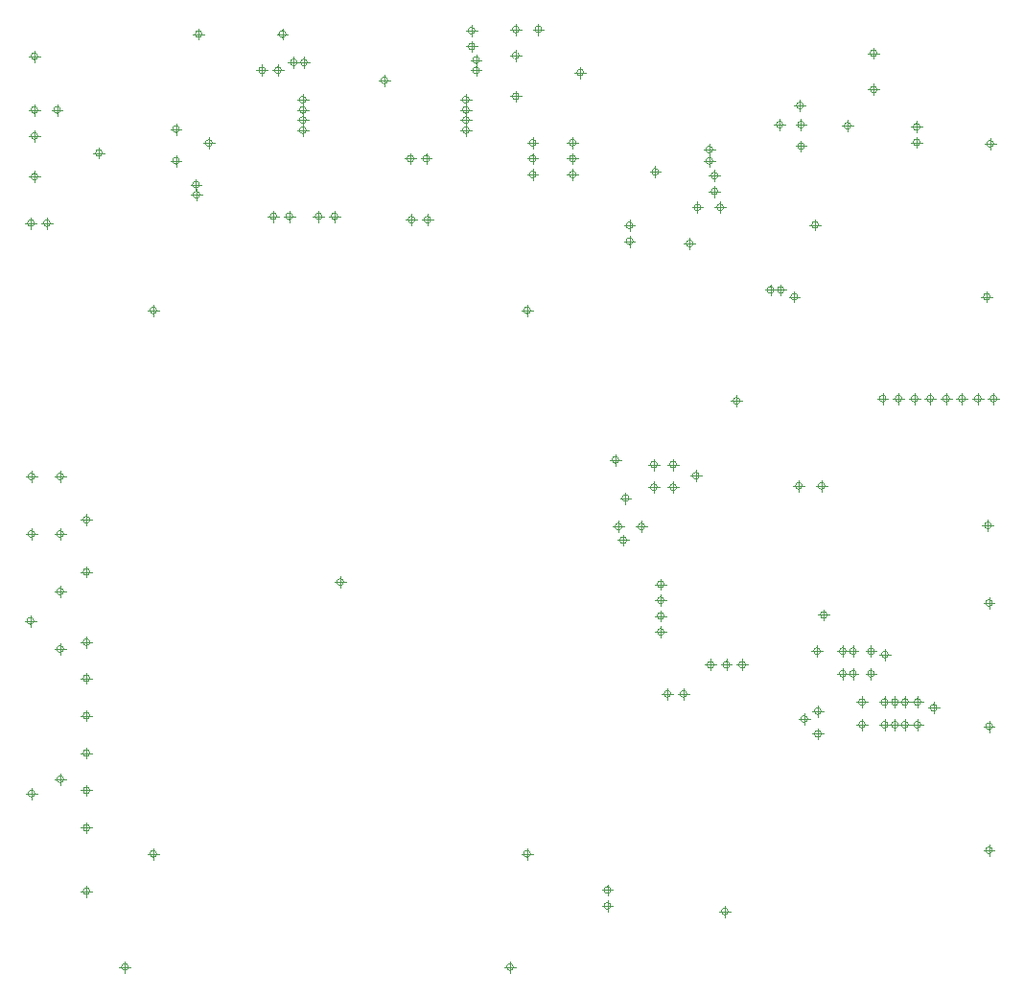
<source format=gbr>
G04*
G04 #@! TF.GenerationSoftware,Altium Limited,Altium Designer,24.9.1 (31)*
G04*
G04 Layer_Color=10517442*
%FSLAX44Y44*%
%MOMM*%
G71*
G04*
G04 #@! TF.SameCoordinates,95152EAB-924E-4990-96F7-4EF775BF21D2*
G04*
G04*
G04 #@! TF.FilePolarity,Positive*
G04*
G01*
G75*
%ADD17C,0.1000*%
%ADD191C,0.0500*%
D17*
X714500Y705495D02*
X724500D01*
X719500Y700495D02*
Y710495D01*
X450000Y45000D02*
Y55000D01*
X445000Y50000D02*
X455000D01*
X110000Y45000D02*
Y55000D01*
X105000Y50000D02*
X115000D01*
D191*
X178000Y874000D02*
G03*
X178000Y874000I-3000J0D01*
G01*
X234000Y842000D02*
G03*
X234000Y842000I-3000J0D01*
G01*
X248000D02*
G03*
X248000Y842000I-3000J0D01*
G01*
X722500Y705495D02*
G03*
X722500Y705495I-3000J0D01*
G01*
X653000Y550000D02*
G03*
X653000Y550000I-3000J0D01*
G01*
X877000Y777000D02*
G03*
X877000Y777000I-3000J0D01*
G01*
X774000Y857000D02*
G03*
X774000Y857000I-3000J0D01*
G01*
Y825000D02*
G03*
X774000Y825000I-3000J0D01*
G01*
X252000Y874000D02*
G03*
X252000Y874000I-3000J0D01*
G01*
X55800Y215900D02*
G03*
X55800Y215900I-3000J0D01*
G01*
X30400Y203200D02*
G03*
X30400Y203200I-3000J0D01*
G01*
X303000Y390000D02*
G03*
X303000Y390000I-3000J0D01*
G01*
X710000Y794000D02*
G03*
X710000Y794000I-3000J0D01*
G01*
X419000Y877000D02*
G03*
X419000Y877000I-3000J0D01*
G01*
X812000Y792000D02*
G03*
X812000Y792000I-3000J0D01*
G01*
X44000Y707000D02*
G03*
X44000Y707000I-3000J0D01*
G01*
X79000Y272000D02*
G03*
X79000Y272000I-3000J0D01*
G01*
X79000Y239000D02*
G03*
X79000Y239000I-3000J0D01*
G01*
X824000Y552000D02*
G03*
X824000Y552000I-3000J0D01*
G01*
X852000D02*
G03*
X852000Y552000I-3000J0D01*
G01*
X880000D02*
G03*
X880000Y552000I-3000J0D01*
G01*
X539000Y118000D02*
G03*
X539000Y118000I-3000J0D01*
G01*
X79000Y337000D02*
G03*
X79000Y337000I-3000J0D01*
G01*
Y305000D02*
G03*
X79000Y305000I-3000J0D01*
G01*
Y206000D02*
G03*
X79000Y206000I-3000J0D01*
G01*
Y173000D02*
G03*
X79000Y173000I-3000J0D01*
G01*
X79000Y117000D02*
G03*
X79000Y117000I-3000J0D01*
G01*
X796000Y552000D02*
G03*
X796000Y552000I-3000J0D01*
G01*
X611510Y689000D02*
G03*
X611510Y689000I-3000J0D01*
G01*
X453000Y50000D02*
G03*
X453000Y50000I-3000J0D01*
G01*
X751000Y793000D02*
G03*
X751000Y793000I-3000J0D01*
G01*
X555000Y464000D02*
G03*
X555000Y464000I-3000J0D01*
G01*
X187000Y777784D02*
G03*
X187000Y777784I-3000J0D01*
G01*
X113000Y50000D02*
G03*
X113000Y50000I-3000J0D01*
G01*
X581284Y752350D02*
G03*
X581284Y752350I-3000J0D01*
G01*
X90000Y769000D02*
G03*
X90000Y769000I-3000J0D01*
G01*
X514976Y840000D02*
G03*
X514976Y840000I-3000J0D01*
G01*
X468000Y150000D02*
G03*
X468000Y150000I-3000J0D01*
G01*
X138000Y630000D02*
G03*
X138000Y630000I-3000J0D01*
G01*
X468000D02*
G03*
X468000Y630000I-3000J0D01*
G01*
X138000Y150000D02*
G03*
X138000Y150000I-3000J0D01*
G01*
X876000Y371600D02*
G03*
X876000Y371600I-3000J0D01*
G01*
Y262600D02*
G03*
X876000Y262600I-3000J0D01*
G01*
Y153200D02*
G03*
X876000Y153200I-3000J0D01*
G01*
X29400Y355700D02*
G03*
X29400Y355700I-3000J0D01*
G01*
X642600Y99000D02*
G03*
X642600Y99000I-3000J0D01*
G01*
X33000Y854400D02*
G03*
X33000Y854400I-3000J0D01*
G01*
X55800Y432500D02*
G03*
X55800Y432500I-3000J0D01*
G01*
Y483300D02*
G03*
X55800Y483300I-3000J0D01*
G01*
Y330900D02*
G03*
X55800Y330900I-3000J0D01*
G01*
Y381700D02*
G03*
X55800Y381700I-3000J0D01*
G01*
X30400Y432500D02*
G03*
X30400Y432500I-3000J0D01*
G01*
Y483300D02*
G03*
X30400Y483300I-3000J0D01*
G01*
X874000Y642000D02*
G03*
X874000Y642000I-3000J0D01*
G01*
X875000Y440000D02*
G03*
X875000Y440000I-3000J0D01*
G01*
X704000Y642000D02*
G03*
X704000Y642000I-3000J0D01*
G01*
X827000Y279000D02*
G03*
X827000Y279000I-3000J0D01*
G01*
X784000Y326000D02*
G03*
X784000Y326000I-3000J0D01*
G01*
X712796Y269000D02*
G03*
X712796Y269000I-3000J0D01*
G01*
X53000Y807000D02*
G03*
X53000Y807000I-3000J0D01*
G01*
X633510Y735000D02*
G03*
X633510Y735000I-3000J0D01*
G01*
X629000Y762000D02*
G03*
X629000Y762000I-3000J0D01*
G01*
Y772000D02*
G03*
X629000Y772000I-3000J0D01*
G01*
X633510Y749000D02*
G03*
X633510Y749000I-3000J0D01*
G01*
X262000Y849000D02*
G03*
X262000Y849000I-3000J0D01*
G01*
X271000D02*
G03*
X271000Y849000I-3000J0D01*
G01*
X546000Y498000D02*
G03*
X546000Y498000I-3000J0D01*
G01*
X458000Y819000D02*
G03*
X458000Y819000I-3000J0D01*
G01*
X728000Y475000D02*
G03*
X728000Y475000I-3000J0D01*
G01*
X708000D02*
G03*
X708000Y475000I-3000J0D01*
G01*
X597000Y473750D02*
G03*
X597000Y473750I-3000J0D01*
G01*
X580000D02*
G03*
X580000Y473750I-3000J0D01*
G01*
X597000Y493750D02*
G03*
X597000Y493750I-3000J0D01*
G01*
X580000D02*
G03*
X580000Y493750I-3000J0D01*
G01*
X617000Y484000D02*
G03*
X617000Y484000I-3000J0D01*
G01*
X548750Y439000D02*
G03*
X548750Y439000I-3000J0D01*
G01*
X569000D02*
G03*
X569000Y439000I-3000J0D01*
G01*
X553000Y427000D02*
G03*
X553000Y427000I-3000J0D01*
G01*
X771796Y309000D02*
G03*
X771796Y309000I-3000J0D01*
G01*
Y329000D02*
G03*
X771796Y329000I-3000J0D01*
G01*
X746796Y309000D02*
G03*
X746796Y309000I-3000J0D01*
G01*
X755796Y329000D02*
G03*
X755796Y329000I-3000J0D01*
G01*
Y309000D02*
G03*
X755796Y309000I-3000J0D01*
G01*
X730000Y361000D02*
G03*
X730000Y361000I-3000J0D01*
G01*
X746796Y329000D02*
G03*
X746796Y329000I-3000J0D01*
G01*
X724000Y329000D02*
G03*
X724000Y329000I-3000J0D01*
G01*
X812796Y264000D02*
G03*
X812796Y264000I-3000J0D01*
G01*
Y284000D02*
G03*
X812796Y284000I-3000J0D01*
G01*
X801796Y264000D02*
G03*
X801796Y264000I-3000J0D01*
G01*
Y284000D02*
G03*
X801796Y284000I-3000J0D01*
G01*
X792796Y264000D02*
G03*
X792796Y264000I-3000J0D01*
G01*
Y284000D02*
G03*
X792796Y284000I-3000J0D01*
G01*
X783796D02*
G03*
X783796Y284000I-3000J0D01*
G01*
Y264000D02*
G03*
X783796Y264000I-3000J0D01*
G01*
X763796Y284000D02*
G03*
X763796Y284000I-3000J0D01*
G01*
Y264000D02*
G03*
X763796Y264000I-3000J0D01*
G01*
X724796Y276000D02*
G03*
X724796Y276000I-3000J0D01*
G01*
Y256000D02*
G03*
X724796Y256000I-3000J0D01*
G01*
X658000Y317000D02*
G03*
X658000Y317000I-3000J0D01*
G01*
X644000D02*
G03*
X644000Y317000I-3000J0D01*
G01*
X630000D02*
G03*
X630000Y317000I-3000J0D01*
G01*
X592000Y291250D02*
G03*
X592000Y291250I-3000J0D01*
G01*
X606000D02*
G03*
X606000Y291250I-3000J0D01*
G01*
X586000Y388000D02*
G03*
X586000Y388000I-3000J0D01*
G01*
Y374000D02*
G03*
X586000Y374000I-3000J0D01*
G01*
Y360000D02*
G03*
X586000Y360000I-3000J0D01*
G01*
Y346000D02*
G03*
X586000Y346000I-3000J0D01*
G01*
X539000Y104000D02*
G03*
X539000Y104000I-3000J0D01*
G01*
X866000Y552000D02*
G03*
X866000Y552000I-3000J0D01*
G01*
X838000D02*
G03*
X838000Y552000I-3000J0D01*
G01*
X810000D02*
G03*
X810000Y552000I-3000J0D01*
G01*
X782000D02*
G03*
X782000Y552000I-3000J0D01*
G01*
X812000Y778250D02*
G03*
X812000Y778250I-3000J0D01*
G01*
X691000Y794000D02*
G03*
X691000Y794000I-3000J0D01*
G01*
X709000Y811000D02*
G03*
X709000Y811000I-3000J0D01*
G01*
X710000Y775000D02*
G03*
X710000Y775000I-3000J0D01*
G01*
X692000Y648000D02*
G03*
X692000Y648000I-3000J0D01*
G01*
X683000Y648000D02*
G03*
X683000Y648000I-3000J0D01*
G01*
X618510Y721000D02*
G03*
X618510Y721000I-3000J0D01*
G01*
X638510D02*
G03*
X638510Y721000I-3000J0D01*
G01*
X508250Y778000D02*
G03*
X508250Y778000I-3000J0D01*
G01*
Y764000D02*
G03*
X508250Y764000I-3000J0D01*
G01*
Y750000D02*
G03*
X508250Y750000I-3000J0D01*
G01*
X473000Y778000D02*
G03*
X473000Y778000I-3000J0D01*
G01*
Y764000D02*
G03*
X473000Y764000I-3000J0D01*
G01*
Y750000D02*
G03*
X473000Y750000I-3000J0D01*
G01*
X558490Y691000D02*
G03*
X558490Y691000I-3000J0D01*
G01*
Y705000D02*
G03*
X558490Y705000I-3000J0D01*
G01*
X478000Y878000D02*
G03*
X478000Y878000I-3000J0D01*
G01*
X458000Y855000D02*
G03*
X458000Y855000I-3000J0D01*
G01*
Y878000D02*
G03*
X458000Y878000I-3000J0D01*
G01*
X419000Y863000D02*
G03*
X419000Y863000I-3000J0D01*
G01*
X423000Y851000D02*
G03*
X423000Y851000I-3000J0D01*
G01*
Y842000D02*
G03*
X423000Y842000I-3000J0D01*
G01*
X414000Y798000D02*
G03*
X414000Y798000I-3000J0D01*
G01*
Y807000D02*
G03*
X414000Y807000I-3000J0D01*
G01*
X414000Y816000D02*
G03*
X414000Y816000I-3000J0D01*
G01*
X379000Y764000D02*
G03*
X379000Y764000I-3000J0D01*
G01*
X414000Y789000D02*
G03*
X414000Y789000I-3000J0D01*
G01*
X365000Y764000D02*
G03*
X365000Y764000I-3000J0D01*
G01*
X33000Y784000D02*
G03*
X33000Y784000I-3000J0D01*
G01*
Y807000D02*
G03*
X33000Y807000I-3000J0D01*
G01*
Y748000D02*
G03*
X33000Y748000I-3000J0D01*
G01*
X380000Y710000D02*
G03*
X380000Y710000I-3000J0D01*
G01*
X366000Y710000D02*
G03*
X366000Y710000I-3000J0D01*
G01*
X342000Y833000D02*
G03*
X342000Y833000I-3000J0D01*
G01*
X79000Y399000D02*
G03*
X79000Y399000I-3000J0D01*
G01*
Y445000D02*
G03*
X79000Y445000I-3000J0D01*
G01*
X30000Y707000D02*
G03*
X30000Y707000I-3000J0D01*
G01*
X158000Y790000D02*
G03*
X158000Y790000I-3000J0D01*
G01*
Y762000D02*
G03*
X158000Y762000I-3000J0D01*
G01*
X175750Y741000D02*
G03*
X175750Y741000I-3000J0D01*
G01*
X176000Y732000D02*
G03*
X176000Y732000I-3000J0D01*
G01*
X270000Y789000D02*
G03*
X270000Y789000I-3000J0D01*
G01*
Y798000D02*
G03*
X270000Y798000I-3000J0D01*
G01*
Y807000D02*
G03*
X270000Y807000I-3000J0D01*
G01*
Y816000D02*
G03*
X270000Y816000I-3000J0D01*
G01*
X298000Y713000D02*
G03*
X298000Y713000I-3000J0D01*
G01*
X284000D02*
G03*
X284000Y713000I-3000J0D01*
G01*
X258000Y713000D02*
G03*
X258000Y713000I-3000J0D01*
G01*
X244000D02*
G03*
X244000Y713000I-3000J0D01*
G01*
X170000Y874000D02*
X180000D01*
X175000Y869000D02*
Y879000D01*
X231000Y837000D02*
Y847000D01*
X226000Y842000D02*
X236000D01*
X240000D02*
X250000D01*
X245000Y837000D02*
Y847000D01*
X714500Y705495D02*
X724500D01*
X719500Y700495D02*
Y710495D01*
X645000Y550000D02*
X655000D01*
X650000Y545000D02*
Y555000D01*
X869000Y777000D02*
X879000D01*
X874000Y772000D02*
Y782000D01*
X771000Y852000D02*
Y862000D01*
X766000Y857000D02*
X776000D01*
X771000Y820000D02*
Y830000D01*
X766000Y825000D02*
X776000D01*
X244000Y874000D02*
X254000D01*
X249000Y869000D02*
Y879000D01*
X47800Y215900D02*
X57800D01*
X52800Y210900D02*
Y220900D01*
X27400Y198200D02*
Y208200D01*
X22400Y203200D02*
X32400D01*
X295000Y390000D02*
X305000D01*
X300000Y385000D02*
Y395000D01*
X707000Y789000D02*
Y799000D01*
X702000Y794000D02*
X712000D01*
X411000Y877000D02*
X421000D01*
X416000Y872000D02*
Y882000D01*
X804000Y792000D02*
X814000D01*
X809000Y787000D02*
Y797000D01*
X41000Y702000D02*
Y712000D01*
X36000Y707000D02*
X46000D01*
X76000Y267000D02*
Y277000D01*
X71000Y272000D02*
X81000D01*
X76000Y234000D02*
Y244000D01*
X71000Y239000D02*
X81000D01*
X821000Y547000D02*
Y557000D01*
X816000Y552000D02*
X826000D01*
X849000Y547000D02*
Y557000D01*
X844000Y552000D02*
X854000D01*
X877000Y547000D02*
Y557000D01*
X872000Y552000D02*
X882000D01*
X531000Y118000D02*
X541000D01*
X536000Y113000D02*
Y123000D01*
X76000Y332000D02*
Y342000D01*
X71000Y337000D02*
X81000D01*
X76000Y300000D02*
Y310000D01*
X71000Y305000D02*
X81000D01*
X76000Y201000D02*
Y211000D01*
X71000Y206000D02*
X81000D01*
X76000Y168000D02*
Y178000D01*
X71000Y173000D02*
X81000D01*
X76000Y112000D02*
Y122000D01*
X71000Y117000D02*
X81000D01*
X793000Y547000D02*
Y557000D01*
X788000Y552000D02*
X798000D01*
X608510Y684000D02*
Y694000D01*
X603510Y689000D02*
X613510D01*
X445000Y50000D02*
X455000D01*
X450000Y45000D02*
Y55000D01*
X748000Y788000D02*
Y798000D01*
X743000Y793000D02*
X753000D01*
X547000Y464000D02*
X557000D01*
X552000Y459000D02*
Y469000D01*
X184000Y772784D02*
Y782784D01*
X179000Y777784D02*
X189000D01*
X105000Y50000D02*
X115000D01*
X110000Y45000D02*
Y55000D01*
X578284Y747350D02*
Y757350D01*
X573284Y752350D02*
X583284D01*
X87000Y764000D02*
Y774000D01*
X82000Y769000D02*
X92000D01*
X511976Y835000D02*
Y845000D01*
X506976Y840000D02*
X516976D01*
X465000Y145000D02*
Y155000D01*
X460000Y150000D02*
X470000D01*
X135000Y625000D02*
Y635000D01*
X130000Y630000D02*
X140000D01*
X465000Y625000D02*
Y635000D01*
X460000Y630000D02*
X470000D01*
X135000Y145000D02*
Y155000D01*
X130000Y150000D02*
X140000D01*
X868000Y371600D02*
X878000D01*
X873000Y366600D02*
Y376600D01*
X868000Y262600D02*
X878000D01*
X873000Y257600D02*
Y267600D01*
X868000Y153200D02*
X878000D01*
X873000Y148200D02*
Y158200D01*
X21400Y355700D02*
X31400D01*
X26400Y350700D02*
Y360700D01*
X634600Y99000D02*
X644600D01*
X639600Y94000D02*
Y104000D01*
X30000Y849400D02*
Y859400D01*
X25000Y854400D02*
X35000D01*
X52800Y427500D02*
Y437500D01*
X47800Y432500D02*
X57800D01*
X52800Y478300D02*
Y488300D01*
X47800Y483300D02*
X57800D01*
X52800Y325900D02*
Y335900D01*
X47800Y330900D02*
X57800D01*
X52800Y376700D02*
Y386700D01*
X47800Y381700D02*
X57800D01*
X27400Y427500D02*
Y437500D01*
X22400Y432500D02*
X32400D01*
X27400Y478300D02*
Y488300D01*
X22400Y483300D02*
X32400D01*
X871000Y637000D02*
Y647000D01*
X866000Y642000D02*
X876000D01*
X867000Y440000D02*
X877000D01*
X872000Y435000D02*
Y445000D01*
X701000Y637000D02*
Y647000D01*
X696000Y642000D02*
X706000D01*
X824000Y274000D02*
Y284000D01*
X819000Y279000D02*
X829000D01*
X776000Y326000D02*
X786000D01*
X781000Y321000D02*
Y331000D01*
X709796Y264000D02*
Y274000D01*
X704796Y269000D02*
X714796D01*
X50000Y802000D02*
Y812000D01*
X45000Y807000D02*
X55000D01*
X630510Y730000D02*
Y740000D01*
X625510Y735000D02*
X635510D01*
X626000Y757000D02*
Y767000D01*
X621000Y762000D02*
X631000D01*
X626000Y767000D02*
Y777000D01*
X621000Y772000D02*
X631000D01*
X630510Y744000D02*
Y754000D01*
X625510Y749000D02*
X635510D01*
X254000Y849000D02*
X264000D01*
X259000Y844000D02*
Y854000D01*
X263000Y849000D02*
X273000D01*
X268000Y844000D02*
Y854000D01*
X538000Y498000D02*
X548000D01*
X543000Y493000D02*
Y503000D01*
X455000Y814000D02*
Y824000D01*
X450000Y819000D02*
X460000D01*
X725000Y470000D02*
Y480000D01*
X720000Y475000D02*
X730000D01*
X705000Y470000D02*
Y480000D01*
X700000Y475000D02*
X710000D01*
X589000Y473750D02*
X599000D01*
X594000Y468750D02*
Y478750D01*
X572000Y473750D02*
X582000D01*
X577000Y468750D02*
Y478750D01*
X589000Y493750D02*
X599000D01*
X594000Y488750D02*
Y498750D01*
X572000Y493750D02*
X582000D01*
X577000Y488750D02*
Y498750D01*
X614000Y479000D02*
Y489000D01*
X609000Y484000D02*
X619000D01*
X545750Y434000D02*
Y444000D01*
X540750Y439000D02*
X550750D01*
X566000Y434000D02*
Y444000D01*
X561000Y439000D02*
X571000D01*
X550000Y422000D02*
Y432000D01*
X545000Y427000D02*
X555000D01*
X763796Y309000D02*
X773796D01*
X768796Y304000D02*
Y314000D01*
X763796Y329000D02*
X773796D01*
X768796Y324000D02*
Y334000D01*
X738796Y309000D02*
X748796D01*
X743796Y304000D02*
Y314000D01*
X747796Y329000D02*
X757796D01*
X752796Y324000D02*
Y334000D01*
X747796Y309000D02*
X757796D01*
X752796Y304000D02*
Y314000D01*
X722000Y361000D02*
X732000D01*
X727000Y356000D02*
Y366000D01*
X738796Y329000D02*
X748796D01*
X743796Y324000D02*
Y334000D01*
X716000Y329000D02*
X726000D01*
X721000Y324000D02*
Y334000D01*
X804796Y264000D02*
X814796D01*
X809796Y259000D02*
Y269000D01*
X804796Y284000D02*
X814796D01*
X809796Y279000D02*
Y289000D01*
X793796Y264000D02*
X803796D01*
X798796Y259000D02*
Y269000D01*
X793796Y284000D02*
X803796D01*
X798796Y279000D02*
Y289000D01*
X784796Y264000D02*
X794796D01*
X789796Y259000D02*
Y269000D01*
X784796Y284000D02*
X794796D01*
X789796Y279000D02*
Y289000D01*
X775796Y284000D02*
X785796D01*
X780796Y279000D02*
Y289000D01*
X775796Y264000D02*
X785796D01*
X780796Y259000D02*
Y269000D01*
X755796Y284000D02*
X765796D01*
X760796Y279000D02*
Y289000D01*
X755796Y264000D02*
X765796D01*
X760796Y259000D02*
Y269000D01*
X716796Y276000D02*
X726796D01*
X721796Y271000D02*
Y281000D01*
X716796Y256000D02*
X726796D01*
X721796Y251000D02*
Y261000D01*
X650000Y317000D02*
X660000D01*
X655000Y312000D02*
Y322000D01*
X636000Y317000D02*
X646000D01*
X641000Y312000D02*
Y322000D01*
X622000Y317000D02*
X632000D01*
X627000Y312000D02*
Y322000D01*
X584000Y291250D02*
X594000D01*
X589000Y286250D02*
Y296250D01*
X598000Y291250D02*
X608000D01*
X603000Y286250D02*
Y296250D01*
X583000Y383000D02*
Y393000D01*
X578000Y388000D02*
X588000D01*
X583000Y369000D02*
Y379000D01*
X578000Y374000D02*
X588000D01*
X583000Y355000D02*
Y365000D01*
X578000Y360000D02*
X588000D01*
X583000Y341000D02*
Y351000D01*
X578000Y346000D02*
X588000D01*
X536000Y99000D02*
Y109000D01*
X531000Y104000D02*
X541000D01*
X858000Y552000D02*
X868000D01*
X863000Y547000D02*
Y557000D01*
X830000Y552000D02*
X840000D01*
X835000Y547000D02*
Y557000D01*
X802000Y552000D02*
X812000D01*
X807000Y547000D02*
Y557000D01*
X774000Y552000D02*
X784000D01*
X779000Y547000D02*
Y557000D01*
X809000Y773250D02*
Y783250D01*
X804000Y778250D02*
X814000D01*
X683000Y794000D02*
X693000D01*
X688000Y789000D02*
Y799000D01*
X706000Y806000D02*
Y816000D01*
X701000Y811000D02*
X711000D01*
X707000Y770000D02*
Y780000D01*
X702000Y775000D02*
X712000D01*
X684000Y648000D02*
X694000D01*
X689000Y643000D02*
Y653000D01*
X675000Y648000D02*
X685000D01*
X680000Y643000D02*
Y653000D01*
X615510Y716000D02*
Y726000D01*
X610510Y721000D02*
X620510D01*
X635510Y716000D02*
Y726000D01*
X630510Y721000D02*
X640510D01*
X505250Y773000D02*
Y783000D01*
X500250Y778000D02*
X510250D01*
X505250Y759000D02*
Y769000D01*
X500250Y764000D02*
X510250D01*
X505250Y745000D02*
Y755000D01*
X500250Y750000D02*
X510250D01*
X470000Y773000D02*
Y783000D01*
X465000Y778000D02*
X475000D01*
X470000Y759000D02*
Y769000D01*
X465000Y764000D02*
X475000D01*
X470000Y745000D02*
Y755000D01*
X465000Y750000D02*
X475000D01*
X555490Y686000D02*
Y696000D01*
X550490Y691000D02*
X560490D01*
X555490Y700000D02*
Y710000D01*
X550490Y705000D02*
X560490D01*
X475000Y873000D02*
Y883000D01*
X470000Y878000D02*
X480000D01*
X455000Y850000D02*
Y860000D01*
X450000Y855000D02*
X460000D01*
X455000Y873000D02*
Y883000D01*
X450000Y878000D02*
X460000D01*
X416000Y858000D02*
Y868000D01*
X411000Y863000D02*
X421000D01*
X420000Y846000D02*
Y856000D01*
X415000Y851000D02*
X425000D01*
X420000Y837000D02*
Y847000D01*
X415000Y842000D02*
X425000D01*
X411000Y793000D02*
Y803000D01*
X406000Y798000D02*
X416000D01*
X411000Y802000D02*
Y812000D01*
X406000Y807000D02*
X416000D01*
X411000Y811000D02*
Y821000D01*
X406000Y816000D02*
X416000D01*
X371000Y764000D02*
X381000D01*
X376000Y759000D02*
Y769000D01*
X411000Y784000D02*
Y794000D01*
X406000Y789000D02*
X416000D01*
X357000Y764000D02*
X367000D01*
X362000Y759000D02*
Y769000D01*
X30000Y779000D02*
Y789000D01*
X25000Y784000D02*
X35000D01*
X30000Y802000D02*
Y812000D01*
X25000Y807000D02*
X35000D01*
X30000Y743000D02*
Y753000D01*
X25000Y748000D02*
X35000D01*
X372000Y710000D02*
X382000D01*
X377000Y705000D02*
Y715000D01*
X358000Y710000D02*
X368000D01*
X363000Y705000D02*
Y715000D01*
X334000Y833000D02*
X344000D01*
X339000Y828000D02*
Y838000D01*
X71000Y399000D02*
X81000D01*
X76000Y394000D02*
Y404000D01*
X71000Y445000D02*
X81000D01*
X76000Y440000D02*
Y450000D01*
X22000Y707000D02*
X32000D01*
X27000Y702000D02*
Y712000D01*
X150000Y790000D02*
X160000D01*
X155000Y785000D02*
Y795000D01*
X150000Y762000D02*
X160000D01*
X155000Y757000D02*
Y767000D01*
X172750Y736000D02*
Y746000D01*
X167750Y741000D02*
X177750D01*
X173000Y727000D02*
Y737000D01*
X168000Y732000D02*
X178000D01*
X267000Y784000D02*
Y794000D01*
X262000Y789000D02*
X272000D01*
X267000Y793000D02*
Y803000D01*
X262000Y798000D02*
X272000D01*
X267000Y802000D02*
Y812000D01*
X262000Y807000D02*
X272000D01*
X267000Y811000D02*
Y821000D01*
X262000Y816000D02*
X272000D01*
X290000Y713000D02*
X300000D01*
X295000Y708000D02*
Y718000D01*
X276000Y713000D02*
X286000D01*
X281000Y708000D02*
Y718000D01*
X250000Y713000D02*
X260000D01*
X255000Y708000D02*
Y718000D01*
X236000Y713000D02*
X246000D01*
X241000Y708000D02*
Y718000D01*
M02*

</source>
